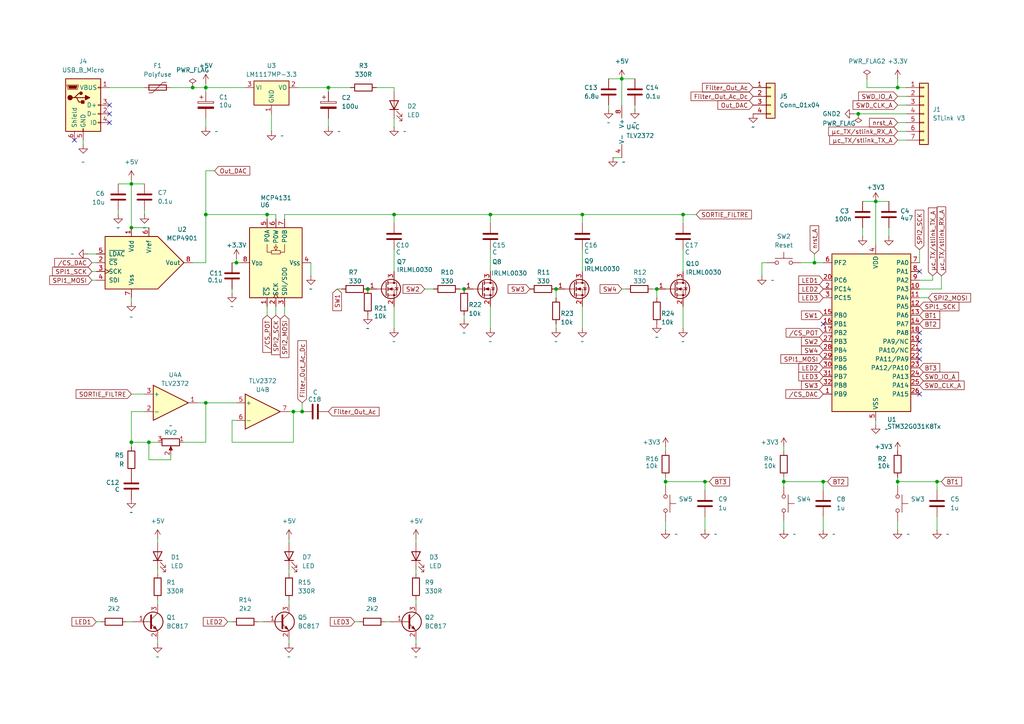
<source format=kicad_sch>
(kicad_sch (version 20231120) (generator "eeschema") (generator_version "8.0")
  (paper "A4")
  (lib_symbols
    (symbol "Amplifier_Operational:TLV2372" (pin_names (offset 0.127))
      (property "Reference" "U" (at 0 5.08 0))
      (property "Value" "TLV2372" (at 0 -5.08 0))
      (symbol "TLV2372_1_1"
        (pin output line (at 7.62 0 180) (length 2.54) (name "~") (number "1"))
        (pin input line (at -7.62 -2.54 0) (length 2.54) (name "-") (number "2"))
        (pin input line (at -7.62 2.54 0) (length 2.54) (name "+") (number "3"))
      )
      (symbol "TLV2372_2_1"
        (pin input line (at -7.62 2.54 0) (length 2.54) (name "+") (number "5"))
        (pin input line (at -7.62 -2.54 0) (length 2.54) (name "-") (number "6"))
        (pin output line (at 7.62 0 180) (length 2.54) (name "~") (number "7"))
      )
      (symbol "TLV2372_3_1"
        (pin power_in line (at -2.54 -7.62 90) (length 3.81) (name "V-") (number "4"))
        (pin power_in line (at -2.54 7.62 270) (length 3.81) (name "V+") (number "8"))
      )
    )
    (symbol "Analog_DAC:MCP4901" (pin_names (offset 1.016))
      (property "Reference" "U" (at 6.35 10.795 0))
      (property "Value" "MCP4901" (at 6.35 8.89 0))
      (symbol "MCP4901_1_1"
        (pin power_in line (at 0 10.16 270) (length 2.54) (name "Vdd") (number "1"))
        (pin input line (at -10.16 0 0) (length 2.54) (name "~{CS}") (number "2"))
        (pin input clock (at -10.16 -2.54 0) (length 2.54) (name "SCK") (number "3"))
        (pin input line (at -10.16 -5.08 0) (length 2.54) (name "SDI") (number "4"))
        (pin input line (at -10.16 2.54 0) (length 2.54) (name "~{LDAC}") (number "5"))
        (pin power_in line (at 5.08 10.16 270) (length 2.54) (name "Vref") (number "6"))
        (pin power_in line (at 0 -10.16 90) (length 2.54) (name "Vss") (number "7"))
        (pin output line (at 17.78 0 180) (length 2.54) (name "Vout") (number "8"))
      )
    )
    (symbol "Connector:USB_B_Micro" (pin_names (offset 1.016))
      (property "Reference" "J" (at -5.08 11.43 0))
      (property "Value" "USB_B_Micro" (at -5.08 8.89 0))
      (symbol "USB_B_Micro_1_1"
        (pin power_out line (at 7.62 5.08 180) (length 2.54) (name "VBUS") (number "1"))
        (pin bidirectional line (at 7.62 -2.54 180) (length 2.54) (name "D-") (number "2"))
        (pin bidirectional line (at 7.62 0 180) (length 2.54) (name "D+") (number "3"))
        (pin passive line (at 7.62 -5.08 180) (length 2.54) (name "ID") (number "4"))
        (pin power_out line (at 0 -10.16 90) (length 2.54) (name "GND") (number "5"))
        (pin passive line (at -2.54 -10.16 90) (length 2.54) (name "Shield") (number "6"))
      )
    )
    (symbol "Connector_Generic:Conn_01x04" (pin_names (offset 1.016) hide)
      (property "Reference" "J" (at 0 5.08 0))
      (property "Value" "Conn_01x04" (at 0 -7.62 0))
      (symbol "Conn_01x04_1_1"
        (pin passive line (at -5.08 2.54 0) (length 3.81) (name "Pin_1") (number "1"))
        (pin passive line (at -5.08 0 0) (length 3.81) (name "Pin_2") (number "2"))
        (pin passive line (at -5.08 -2.54 0) (length 3.81) (name "Pin_3") (number "3"))
        (pin passive line (at -5.08 -5.08 0) (length 3.81) (name "Pin_4") (number "4"))
      )
    )
    (symbol "Connector_Generic:Conn_01x07" (pin_names (offset 1.016) hide)
      (property "Reference" "J" (at 0 10.16 0))
      (property "Value" "Conn_01x07" (at 0 -10.16 0))
      (symbol "Conn_01x07_1_1"
        (pin passive line (at -5.08 7.62 0) (length 3.81) (name "Pin_1") (number "1"))
        (pin passive line (at -5.08 5.08 0) (length 3.81) (name "Pin_2") (number "2"))
        (pin passive line (at -5.08 2.54 0) (length 3.81) (name "Pin_3") (number "3"))
        (pin passive line (at -5.08 0 0) (length 3.81) (name "Pin_4") (number "4"))
        (pin passive line (at -5.08 -2.54 0) (length 3.81) (name "Pin_5") (number "5"))
        (pin passive line (at -5.08 -5.08 0) (length 3.81) (name "Pin_6") (number "6"))
        (pin passive line (at -5.08 -7.62 0) (length 3.81) (name "Pin_7") (number "7"))
      )
    )
    (symbol "Device:C" (pin_numbers hide) (pin_names (offset 0.254))
      (property "Reference" "C" (at 0.635 2.54 0))
      (property "Value" "C" (at 0.635 -2.54 0))
      (symbol "C_1_1"
        (pin passive line (at 0 3.81 270) (length 2.794) (name "~") (number "1"))
        (pin passive line (at 0 -3.81 90) (length 2.794) (name "~") (number "2"))
      )
    )
    (symbol "Device:C_Polarized" (pin_numbers hide) (pin_names (offset 0.254))
      (property "Reference" "C" (at 0.635 2.54 0))
      (property "Value" "C_Polarized" (at 0.635 -2.54 0))
      (symbol "C_Polarized_1_1"
        (pin passive line (at 0 3.81 270) (length 2.794) (name "~") (number "1"))
        (pin passive line (at 0 -3.81 90) (length 2.794) (name "~") (number "2"))
      )
    )
    (symbol "Device:LED" (pin_numbers hide) (pin_names (offset 1.016) hide)
      (property "Reference" "D" (at 0 2.54 0))
      (property "Value" "LED" (at 0 -2.54 0))
      (symbol "LED_1_1"
        (pin passive line (at -3.81 0 0) (length 2.54) (name "K") (number "1"))
        (pin passive line (at 3.81 0 180) (length 2.54) (name "A") (number "2"))
      )
    )
    (symbol "Device:Polyfuse" (pin_numbers hide) (pin_names (offset 0))
      (property "Reference" "F" (at -2.54 0 90))
      (property "Value" "Polyfuse" (at 2.54 0 90))
      (symbol "Polyfuse_1_1"
        (pin passive line (at 0 3.81 270) (length 1.27) (name "~") (number "1"))
        (pin passive line (at 0 -3.81 90) (length 1.27) (name "~") (number "2"))
      )
    )
    (symbol "Device:R" (pin_numbers hide) (pin_names (offset 0))
      (property "Reference" "R" (at 2.032 0 90))
      (property "Value" "R" (at 0 0 90))
      (symbol "R_1_1"
        (pin passive line (at 0 3.81 270) (length 1.27) (name "~") (number "1"))
        (pin passive line (at 0 -3.81 90) (length 1.27) (name "~") (number "2"))
      )
    )
    (symbol "Device:R_Potentiometer" (pin_names (offset 1.016) hide)
      (property "Reference" "RV" (at -4.445 0 90))
      (property "Value" "R_Potentiometer" (at -2.54 0 90))
      (symbol "R_Potentiometer_1_1"
        (pin passive line (at 0 3.81 270) (length 1.27) (name "1") (number "1"))
        (pin passive line (at 3.81 0 180) (length 1.27) (name "2") (number "2"))
        (pin passive line (at 0 -3.81 90) (length 1.27) (name "3") (number "3"))
      )
    )
    (symbol "MCU_ST_STM32G0:STM32G031K8Tx"
      (property "Reference" "U" (at -10.16 24.13 0))
      (property "Value" "STM32G031K8Tx" (at 5.08 24.13 0))
      (symbol "STM32G031K8Tx_1_1"
        (pin bidirectional line (at -12.7 -17.78 0) (length 2.54) (name "PB9") (number "1"))
        (pin bidirectional line (at 15.24 12.7 180) (length 2.54) (name "PA3") (number "10"))
        (pin bidirectional line (at 15.24 10.16 180) (length 2.54) (name "PA4") (number "11"))
        (pin bidirectional line (at 15.24 7.62 180) (length 2.54) (name "PA5") (number "12"))
        (pin bidirectional line (at 15.24 5.08 180) (length 2.54) (name "PA6") (number "13"))
        (pin bidirectional line (at 15.24 2.54 180) (length 2.54) (name "PA7") (number "14"))
        (pin bidirectional line (at -12.7 5.08 0) (length 2.54) (name "PB0") (number "15"))
        (pin bidirectional line (at -12.7 2.54 0) (length 2.54) (name "PB1") (number "16"))
        (pin bidirectional line (at -12.7 0 0) (length 2.54) (name "PB2") (number "17"))
        (pin bidirectional line (at 15.24 0 180) (length 2.54) (name "PA8") (number "18"))
        (pin bidirectional line (at 15.24 -2.54 180) (length 2.54) (name "PA9/NC") (number "19"))
        (pin bidirectional line (at -12.7 12.7 0) (length 2.54) (name "PC14") (number "2"))
        (pin bidirectional line (at -12.7 15.24 0) (length 2.54) (name "PC6") (number "20"))
        (pin bidirectional line (at 15.24 -5.08 180) (length 2.54) (name "PA10/NC") (number "21"))
        (pin bidirectional line (at 15.24 -7.62 180) (length 2.54) (name "PA11/PA9") (number "22"))
        (pin bidirectional line (at 15.24 -10.16 180) (length 2.54) (name "PA12/PA10") (number "23"))
        (pin bidirectional line (at 15.24 -12.7 180) (length 2.54) (name "PA13") (number "24"))
        (pin bidirectional line (at 15.24 -15.24 180) (length 2.54) (name "PA14") (number "25"))
        (pin bidirectional line (at 15.24 -17.78 180) (length 2.54) (name "PA15") (number "26"))
        (pin bidirectional line (at -12.7 -2.54 0) (length 2.54) (name "PB3") (number "27"))
        (pin bidirectional line (at -12.7 -5.08 0) (length 2.54) (name "PB4") (number "28"))
        (pin bidirectional line (at -12.7 -7.62 0) (length 2.54) (name "PB5") (number "29"))
        (pin bidirectional line (at -12.7 10.16 0) (length 2.54) (name "PC15") (number "3"))
        (pin bidirectional line (at -12.7 -10.16 0) (length 2.54) (name "PB6") (number "30"))
        (pin bidirectional line (at -12.7 -12.7 0) (length 2.54) (name "PB7") (number "31"))
        (pin bidirectional line (at -12.7 -15.24 0) (length 2.54) (name "PB8") (number "32"))
        (pin power_in line (at 2.54 25.4 270) (length 2.54) (name "VDD") (number "4"))
        (pin power_in line (at 2.54 -25.4 90) (length 2.54) (name "VSS") (number "5"))
        (pin bidirectional line (at -12.7 20.32 0) (length 2.54) (name "PF2") (number "6"))
        (pin bidirectional line (at 15.24 20.32 180) (length 2.54) (name "PA0") (number "7"))
        (pin bidirectional line (at 15.24 17.78 180) (length 2.54) (name "PA1") (number "8"))
        (pin bidirectional line (at 15.24 15.24 180) (length 2.54) (name "PA2") (number "9"))
      )
    )
    (symbol "Potentiometer_Digital:MCP4131-xxxx-P"
      (property "Reference" "U" (at 2.54 11.43 0))
      (property "Value" "MCP4131-xxxx-P" (at 2.54 8.89 0))
      (symbol "MCP4131-xxxx-P_0_0"
        (pin input line (at -12.7 2.54 0) (length 2.54) (name "~{CS}") (number "1"))
        (pin input clock (at -12.7 0 0) (length 2.54) (name "SCK") (number "2"))
        (pin bidirectional line (at -12.7 -2.54 0) (length 2.54) (name "SDI/SDO") (number "3"))
        (pin power_in line (at 0 -10.16 90) (length 2.54) (name "V_{SS}") (number "4"))
        (pin passive line (at 12.7 2.54 180) (length 2.54) (name "P0A") (number "5"))
        (pin passive line (at 12.7 0 180) (length 2.54) (name "P0W") (number "6"))
        (pin passive line (at 12.7 -2.54 180) (length 2.54) (name "P0B") (number "7"))
        (pin power_in line (at 0 10.16 270) (length 2.54) (name "V_{DD}") (number "8"))
      )
    )
    (symbol "Regulator_Linear:LM1117MP-3.3"
      (property "Reference" "U" (at -3.81 3.175 0))
      (property "Value" "LM1117MP-3.3" (at 0 3.175 0))
      (symbol "LM1117MP-3.3_1_1"
        (pin power_in line (at 0 -7.62 90) (length 2.54) (name "GND") (number "1"))
        (pin power_out line (at 7.62 0 180) (length 2.54) (name "VO") (number "2"))
        (pin power_in line (at -7.62 0 0) (length 2.54) (name "VI") (number "3"))
      )
    )
    (symbol "Switch:SW_Omron_B3FS" (pin_numbers hide) (pin_names (offset 1.016) hide)
      (property "Reference" "SW" (at 1.27 2.54 0))
      (property "Value" "SW_Omron_B3FS" (at 0 -1.524 0))
      (symbol "SW_Omron_B3FS_0_1"
        (pin passive line (at -5.08 0 0) (length 2.54) (name "1") (number "1"))
        (pin passive line (at 5.08 0 180) (length 2.54) (name "2") (number "2"))
      )
    )
    (symbol "Transistor_BJT:BC817" (pin_names (offset 0) hide)
      (property "Reference" "Q" (at 5.08 1.905 0))
      (property "Value" "BC817" (at 5.08 0 0))
      (symbol "BC817_1_1"
        (pin input line (at -5.08 0 0) (length 5.715) (name "B") (number "1"))
        (pin passive line (at 2.54 -5.08 90) (length 2.54) (name "E") (number "2"))
        (pin passive line (at 2.54 5.08 270) (length 2.54) (name "C") (number "3"))
      )
    )
    (symbol "Transistor_FET:IRLML0030" (pin_names hide)
      (property "Reference" "Q" (at 5.08 1.905 0))
      (property "Value" "IRLML0030" (at 5.08 0 0))
      (symbol "IRLML0030_1_1"
        (pin input line (at -5.08 0 0) (length 2.54) (name "G") (number "1"))
        (pin passive line (at 2.54 -5.08 90) (length 2.54) (name "S") (number "2"))
        (pin passive line (at 2.54 5.08 270) (length 2.54) (name "D") (number "3"))
      )
    )
    (symbol "power:+3.3V" (power) (pin_numbers hide) (pin_names (offset 0) hide)
      (property "Value" "+3.3V" (at 0 3.556 0))
      (symbol "+3.3V_1_1"
        (pin power_in line (at 0 0 90) (length 0) (name "~") (number "1"))
      )
    )
    (symbol "power:+3V3" (power) (pin_numbers hide) (pin_names (offset 0) hide)
      (property "Value" "+3V3" (at 0 3.556 0))
      (symbol "+3V3_1_1"
        (pin power_in line (at 0 0 90) (length 0) (name "~") (number "1"))
      )
    )
    (symbol "power:+5V" (power) (pin_numbers hide) (pin_names (offset 0) hide)
      (property "Value" "+5V" (at 0 3.556 0))
      (symbol "+5V_1_1"
        (pin power_in line (at 0 0 90) (length 0) (name "~") (number "1"))
      )
    )
    (symbol "power:GND" (power) (pin_numbers hide) (pin_names (offset 0) hide)
      (property "Value" "GND" (at 0 -3.81 0))
      (symbol "GND_1_1"
        (pin power_in line (at 0 0 270) (length 0) (name "~") (number "1"))
      )
    )
    (symbol "power:PWR_FLAG" (power) (pin_numbers hide) (pin_names (offset 0) hide)
      (property "Value" "PWR_FLAG" (at 0 3.81 0))
      (symbol "PWR_FLAG_0_0"
        (pin power_out line (at 0 0 90) (length 0) (name "~") (number "1"))
      )
    )
  )
  (junction (at 238.76 139.7))
  (junction (at 161.29 83.82))
  (junction (at 254 58.42))
  (junction (at 227.33 139.7))
  (junction (at 77.47 62.23))
  (junction (at 114.3 62.23))
  (junction (at 59.69 62.23))
  (junction (at 260.35 139.7))
  (junction (at 55.88 25.4))
  (junction (at 193.04 139.7))
  (junction (at 95.25 25.4))
  (junction (at 248.92 33.02))
  (junction (at 190.5 83.82))
  (junction (at 168.91 62.23))
  (junction (at 68.58 76.2))
  (junction (at 106.68 83.82))
  (junction (at 198.12 62.23))
  (junction (at 236.22 76.2))
  (junction (at 180.34 22.86))
  (junction (at 38.1 53.34))
  (junction (at 260.35 25.4))
  (junction (at 59.69 25.4))
  (junction (at 43.18 128.27))
  (junction (at 38.1 66.04))
  (junction (at 59.69 116.84))
  (junction (at 38.1 128.27))
  (junction (at 142.24 62.23))
  (junction (at 85.09 119.38))
  (junction (at 271.78 139.7))
  (junction (at 204.47 139.7))
  (junction (at 134.62 83.82))
  (junction (at 87.63 119.38))
  (no_connect (at 266.7 101.6))
  (no_connect (at 31.75 30.48))
  (no_connect (at 21.59 40.64))
  (no_connect (at 238.76 93.98))
  (no_connect (at 266.7 78.74))
  (no_connect (at 266.7 99.06))
  (no_connect (at 31.75 35.56))
  (no_connect (at 266.7 114.3))
  (no_connect (at 266.7 96.52))
  (no_connect (at 266.7 104.14))
  (no_connect (at 31.75 33.02))
  (wire (pts (xy 180.34 22.86) (xy 184.15 22.86)))
  (wire (pts (xy 38.1 53.34) (xy 38.1 66.04)))
  (wire (pts (xy 177.8 45.72) (xy 180.34 45.72)))
  (wire (pts (xy 43.18 128.27) (xy 43.18 133.35)))
  (wire (pts (xy 238.76 139.7) (xy 240.03 139.7)))
  (wire (pts (xy 53.34 128.27) (xy 59.69 128.27)))
  (wire (pts (xy 161.29 93.98) (xy 161.29 95.25)))
  (wire (pts (xy 114.3 88.9) (xy 114.3 95.25)))
  (wire (pts (xy 34.29 60.96) (xy 34.29 62.23)))
  (wire (pts (xy 90.17 76.2) (xy 90.17 80.01)))
  (wire (pts (xy 82.55 63.5) (xy 82.55 62.23)))
  (wire (pts (xy 198.12 88.9) (xy 198.12 95.25)))
  (wire (pts (xy 83.82 173.99) (xy 83.82 175.26)))
  (wire (pts (xy 134.62 91.44) (xy 134.62 92.71)))
  (wire (pts (xy 59.69 25.4) (xy 71.12 25.4)))
  (wire (pts (xy 120.65 165.1) (xy 120.65 166.37)))
  (wire (pts (xy 251.46 22.86) (xy 251.46 25.4)))
  (wire (pts (xy 66.04 180.34) (xy 67.31 180.34)))
  (wire (pts (xy 198.12 62.23) (xy 198.12 64.77)))
  (wire (pts (xy 227.33 139.7) (xy 238.76 139.7)))
  (wire (pts (xy 114.3 34.29) (xy 114.3 36.83)))
  (wire (pts (xy 95.25 25.4) (xy 95.25 26.67)))
  (wire (pts (xy 198.12 62.23) (xy 201.93 62.23)))
  (wire (pts (xy 67.31 83.82) (xy 67.31 85.09)))
  (wire (pts (xy 204.47 139.7) (xy 204.47 142.24)))
  (wire (pts (xy 43.18 128.27) (xy 45.72 128.27)))
  (wire (pts (xy 45.72 165.1) (xy 45.72 166.37)))
  (wire (pts (xy 59.69 25.4) (xy 59.69 26.67)))
  (wire (pts (xy 55.88 76.2) (xy 59.69 76.2)))
  (wire (pts (xy 273.05 80.01) (xy 273.05 83.82)))
  (wire (pts (xy 82.55 62.23) (xy 114.3 62.23)))
  (wire (pts (xy 266.7 72.39) (xy 266.7 76.2)))
  (wire (pts (xy 193.04 139.7) (xy 204.47 139.7)))
  (wire (pts (xy 236.22 76.2) (xy 238.76 76.2)))
  (wire (pts (xy 59.69 62.23) (xy 77.47 62.23)))
  (wire (pts (xy 193.04 138.43) (xy 193.04 139.7)))
  (wire (pts (xy 49.53 25.4) (xy 55.88 25.4)))
  (wire (pts (xy 26.67 81.28) (xy 27.94 81.28)))
  (wire (pts (xy 97.79 83.82) (xy 99.06 83.82)))
  (wire (pts (xy 180.34 22.86) (xy 180.34 30.48)))
  (wire (pts (xy 85.09 128.27) (xy 85.09 119.38)))
  (wire (pts (xy 27.94 180.34) (xy 29.21 180.34)))
  (wire (pts (xy 260.35 38.1) (xy 262.89 38.1)))
  (wire (pts (xy 260.35 138.43) (xy 260.35 139.7)))
  (wire (pts (xy 95.25 25.4) (xy 101.6 25.4)))
  (wire (pts (xy 260.35 35.56) (xy 262.89 35.56)))
  (wire (pts (xy 193.04 151.13) (xy 193.04 153.67)))
  (wire (pts (xy 59.69 49.53) (xy 62.23 49.53)))
  (wire (pts (xy 59.69 34.29) (xy 59.69 36.83)))
  (wire (pts (xy 204.47 149.86) (xy 204.47 153.67)))
  (wire (pts (xy 260.35 30.48) (xy 262.89 30.48)))
  (wire (pts (xy 38.1 52.07) (xy 38.1 53.34)))
  (wire (pts (xy 270.51 81.28) (xy 270.51 80.01)))
  (wire (pts (xy 59.69 24.13) (xy 59.69 25.4)))
  (wire (pts (xy 49.53 133.35) (xy 43.18 133.35)))
  (wire (pts (xy 184.15 30.48) (xy 184.15 31.75)))
  (wire (pts (xy 262.89 25.4) (xy 260.35 25.4)))
  (wire (pts (xy 120.65 156.21) (xy 120.65 157.48)))
  (wire (pts (xy 83.82 156.21) (xy 83.82 157.48)))
  (wire (pts (xy 57.15 116.84) (xy 59.69 116.84)))
  (wire (pts (xy 247.65 33.02) (xy 248.92 33.02)))
  (wire (pts (xy 38.1 66.04) (xy 43.18 66.04)))
  (wire (pts (xy 238.76 139.7) (xy 238.76 142.24)))
  (wire (pts (xy 273.05 83.82) (xy 266.7 83.82)))
  (wire (pts (xy 232.41 76.2) (xy 236.22 76.2)))
  (wire (pts (xy 189.23 83.82) (xy 190.5 83.82)))
  (wire (pts (xy 142.24 62.23) (xy 142.24 64.77)))
  (wire (pts (xy 254 58.42) (xy 254 71.12)))
  (wire (pts (xy 111.76 180.34) (xy 113.03 180.34)))
  (wire (pts (xy 68.58 121.92) (xy 67.31 121.92)))
  (wire (pts (xy 270.51 81.28) (xy 266.7 81.28)))
  (wire (pts (xy 260.35 139.7) (xy 271.78 139.7)))
  (wire (pts (xy 67.31 121.92) (xy 67.31 128.27)))
  (wire (pts (xy 38.1 128.27) (xy 43.18 128.27)))
  (wire (pts (xy 161.29 83.82) (xy 161.29 86.36)))
  (wire (pts (xy 95.25 34.29) (xy 95.25 36.83)))
  (wire (pts (xy 41.91 60.96) (xy 41.91 62.23)))
  (wire (pts (xy 36.83 180.34) (xy 38.1 180.34)))
  (wire (pts (xy 77.47 62.23) (xy 77.47 63.5)))
  (wire (pts (xy 59.69 128.27) (xy 59.69 116.84)))
  (wire (pts (xy 114.3 72.39) (xy 114.3 78.74)))
  (wire (pts (xy 266.7 86.36) (xy 269.24 86.36)))
  (wire (pts (xy 260.35 27.94) (xy 262.89 27.94)))
  (wire (pts (xy 83.82 119.38) (xy 85.09 119.38)))
  (wire (pts (xy 38.1 129.54) (xy 38.1 128.27)))
  (wire (pts (xy 168.91 62.23) (xy 198.12 62.23)))
  (wire (pts (xy 168.91 88.9) (xy 168.91 95.25)))
  (wire (pts (xy 142.24 88.9) (xy 142.24 95.25)))
  (wire (pts (xy 114.3 62.23) (xy 114.3 64.77)))
  (wire (pts (xy 102.87 180.34) (xy 104.14 180.34)))
  (wire (pts (xy 34.29 53.34) (xy 38.1 53.34)))
  (wire (pts (xy 86.36 25.4) (xy 95.25 25.4)))
  (wire (pts (xy 83.82 165.1) (xy 83.82 166.37)))
  (wire (pts (xy 59.69 116.84) (xy 68.58 116.84)))
  (wire (pts (xy 204.47 139.7) (xy 205.74 139.7)))
  (wire (pts (xy 260.35 139.7) (xy 260.35 140.97)))
  (wire (pts (xy 68.58 76.2) (xy 69.85 76.2)))
  (wire (pts (xy 45.72 173.99) (xy 45.72 175.26)))
  (wire (pts (xy 74.93 180.34) (xy 76.2 180.34)))
  (wire (pts (xy 254 123.19) (xy 254 121.92)))
  (wire (pts (xy 227.33 138.43) (xy 227.33 139.7)))
  (wire (pts (xy 193.04 139.7) (xy 193.04 140.97)))
  (wire (pts (xy 26.67 76.2) (xy 27.94 76.2)))
  (wire (pts (xy 59.69 76.2) (xy 59.69 62.23)))
  (wire (pts (xy 248.92 33.02) (xy 262.89 33.02)))
  (wire (pts (xy 78.74 33.02) (xy 78.74 38.1)))
  (wire (pts (xy 198.12 72.39) (xy 198.12 78.74)))
  (wire (pts (xy 142.24 72.39) (xy 142.24 78.74)))
  (wire (pts (xy 83.82 185.42) (xy 83.82 186.69)))
  (wire (pts (xy 38.1 119.38) (xy 38.1 128.27)))
  (wire (pts (xy 250.19 66.04) (xy 250.19 68.58)))
  (wire (pts (xy 133.35 83.82) (xy 134.62 83.82)))
  (wire (pts (xy 176.53 30.48) (xy 176.53 31.75)))
  (wire (pts (xy 77.47 88.9) (xy 77.47 91.44)))
  (wire (pts (xy 168.91 62.23) (xy 168.91 64.77)))
  (wire (pts (xy 87.63 116.84) (xy 87.63 119.38)))
  (wire (pts (xy 220.98 76.2) (xy 220.98 80.01)))
  (wire (pts (xy 142.24 62.23) (xy 168.91 62.23)))
  (wire (pts (xy 260.35 40.64) (xy 262.89 40.64)))
  (wire (pts (xy 114.3 25.4) (xy 114.3 26.67)))
  (wire (pts (xy 227.33 129.54) (xy 227.33 130.81)))
  (wire (pts (xy 82.55 88.9) (xy 82.55 91.44)))
  (wire (pts (xy 41.91 119.38) (xy 38.1 119.38)))
  (wire (pts (xy 25.4 73.66) (xy 27.94 73.66)))
  (wire (pts (xy 251.46 25.4) (xy 260.35 25.4)))
  (wire (pts (xy 26.67 78.74) (xy 27.94 78.74)))
  (wire (pts (xy 180.34 83.82) (xy 181.61 83.82)))
  (wire (pts (xy 80.01 88.9) (xy 80.01 91.44)))
  (wire (pts (xy 238.76 149.86) (xy 238.76 153.67)))
  (wire (pts (xy 80.01 63.5) (xy 80.01 62.23)))
  (wire (pts (xy 190.5 83.82) (xy 190.5 86.36)))
  (wire (pts (xy 120.65 185.42) (xy 120.65 186.69)))
  (wire (pts (xy 271.78 149.86) (xy 271.78 153.67)))
  (wire (pts (xy 31.75 25.4) (xy 41.91 25.4)))
  (wire (pts (xy 38.1 114.3) (xy 41.91 114.3)))
  (wire (pts (xy 123.19 83.82) (xy 125.73 83.82)))
  (wire (pts (xy 67.31 76.2) (xy 68.58 76.2)))
  (wire (pts (xy 271.78 139.7) (xy 273.05 139.7)))
  (wire (pts (xy 49.53 132.08) (xy 49.53 133.35)))
  (wire (pts (xy 271.78 139.7) (xy 271.78 142.24)))
  (wire (pts (xy 227.33 151.13) (xy 227.33 153.67)))
  (wire (pts (xy 38.1 53.34) (xy 41.91 53.34)))
  (wire (pts (xy 250.19 58.42) (xy 254 58.42)))
  (wire (pts (xy 45.72 185.42) (xy 45.72 186.69)))
  (wire (pts (xy 236.22 73.66) (xy 236.22 76.2)))
  (wire (pts (xy 260.35 25.4) (xy 260.35 22.86)))
  (wire (pts (xy 227.33 139.7) (xy 227.33 140.97)))
  (wire (pts (xy 59.69 49.53) (xy 59.69 62.23)))
  (wire (pts (xy 45.72 156.21) (xy 45.72 157.48)))
  (wire (pts (xy 85.09 119.38) (xy 87.63 119.38)))
  (wire (pts (xy 80.01 62.23) (xy 77.47 62.23)))
  (wire (pts (xy 24.13 40.64) (xy 24.13 41.91)))
  (wire (pts (xy 114.3 62.23) (xy 142.24 62.23)))
  (wire (pts (xy 38.1 86.36) (xy 38.1 87.63)))
  (wire (pts (xy 257.81 66.04) (xy 257.81 68.58)))
  (wire (pts (xy 193.04 129.54) (xy 193.04 130.81)))
  (wire (pts (xy 260.35 151.13) (xy 260.35 153.67)))
  (wire (pts (xy 168.91 72.39) (xy 168.91 78.74)))
  (wire (pts (xy 222.25 76.2) (xy 220.98 76.2)))
  (wire (pts (xy 176.53 22.86) (xy 180.34 22.86)))
  (wire (pts (xy 120.65 173.99) (xy 120.65 175.26)))
  (wire (pts (xy 254 58.42) (xy 257.81 58.42)))
  (wire (pts (xy 67.31 128.27) (xy 85.09 128.27)))
  (wire (pts (xy 55.88 25.4) (xy 59.69 25.4)))
  (wire (pts (xy 68.58 74.93) (xy 68.58 76.2)))
  (wire (pts (xy 109.22 25.4) (xy 114.3 25.4)))
  (global_label "SW4" (shape input) (at 180.34 83.82 180) (property "Intersheetrefs" "${INTERSHEET_REFS}" (effects (hide yes))))
  (global_label "Out_DAC" (shape input) (at 218.44 30.48 180) (property "Intersheetrefs" "${INTERSHEET_REFS}" (effects (hide yes))))
  (global_label "SPI1_MOSI" (shape input) (at 26.67 81.28 180) (property "Intersheetrefs" "${INTERSHEET_REFS}" (effects (hide yes))))
  (global_label "SPI1_SCK" (shape input) (at 266.7 88.9 0) (property "Intersheetrefs" "${INTERSHEET_REFS}" (effects (hide yes))))
  (global_label "Filter_Out_Ac_Dc" (shape input) (at 87.63 116.84 90) (property "Intersheetrefs" "${INTERSHEET_REFS}" (effects (hide yes))))
  (global_label "SWD_CLK_A" (shape input) (at 260.35 30.48 180) (property "Intersheetrefs" "${INTERSHEET_REFS}" (effects (hide yes))))
  (global_label "SW2" (shape input) (at 123.19 83.82 180) (property "Intersheetrefs" "${INTERSHEET_REFS}" (effects (hide yes))))
  (global_label "SWD_IO_A" (shape input) (at 260.35 27.94 180) (property "Intersheetrefs" "${INTERSHEET_REFS}" (effects (hide yes))))
  (global_label "LED3" (shape input) (at 238.76 86.36 180) (property "Intersheetrefs" "${INTERSHEET_REFS}" (effects (hide yes))))
  (global_label "SW4" (shape input) (at 238.76 101.6 180) (property "Intersheetrefs" "${INTERSHEET_REFS}" (effects (hide yes))))
  (global_label "SPI2_MOSI" (shape input) (at 82.55 91.44 270) (property "Intersheetrefs" "${INTERSHEET_REFS}" (effects (hide yes))))
  (global_label "nrst_A" (shape input) (at 260.35 35.56 180) (property "Intersheetrefs" "${INTERSHEET_REFS}" (effects (hide yes))))
  (global_label "SWD_CLK_A" (shape input) (at 266.7 111.76 0) (property "Intersheetrefs" "${INTERSHEET_REFS}" (effects (hide yes))))
  (global_label "SPI2_SCK" (shape input) (at 80.01 91.44 270) (property "Intersheetrefs" "${INTERSHEET_REFS}" (effects (hide yes))))
  (global_label "{slash}CS_DAC" (shape input) (at 238.76 114.3 180) (property "Intersheetrefs" "${INTERSHEET_REFS}" (effects (hide yes))))
  (global_label "BT1" (shape input) (at 273.05 139.7 0) (property "Intersheetrefs" "${INTERSHEET_REFS}" (effects (hide yes))))
  (global_label "µc_TX{slash}stlink_RX_A" (shape input) (at 273.05 80.01 90) (property "Intersheetrefs" "${INTERSHEET_REFS}" (effects (hide yes))))
  (global_label "BT2" (shape input) (at 266.7 93.98 0) (property "Intersheetrefs" "${INTERSHEET_REFS}" (effects (hide yes))))
  (global_label "LED2" (shape input) (at 238.76 83.82 180) (property "Intersheetrefs" "${INTERSHEET_REFS}" (effects (hide yes))))
  (global_label "µc_TX{slash}stlink_TX_A" (shape input) (at 270.51 80.01 90) (property "Intersheetrefs" "${INTERSHEET_REFS}" (effects (hide yes))))
  (global_label "Filter_Out_Ac" (shape input) (at 218.44 25.4 180) (property "Intersheetrefs" "${INTERSHEET_REFS}" (effects (hide yes))))
  (global_label "SPI1_MOSI" (shape input) (at 238.76 104.14 180) (property "Intersheetrefs" "${INTERSHEET_REFS}" (effects (hide yes))))
  (global_label "{slash}CS_DAC" (shape input) (at 26.67 76.2 180) (property "Intersheetrefs" "${INTERSHEET_REFS}" (effects (hide yes))))
  (global_label "SW3" (shape input) (at 153.67 83.82 180) (property "Intersheetrefs" "${INTERSHEET_REFS}" (effects (hide yes))))
  (global_label "SPI2_MOSI" (shape input) (at 269.24 86.36 0) (property "Intersheetrefs" "${INTERSHEET_REFS}" (effects (hide yes))))
  (global_label "LED2" (shape input) (at 66.04 180.34 180) (property "Intersheetrefs" "${INTERSHEET_REFS}" (effects (hide yes))))
  (global_label "Filter_Out_Ac" (shape input) (at 95.25 119.38 0) (property "Intersheetrefs" "${INTERSHEET_REFS}" (effects (hide yes))))
  (global_label "{slash}CS_POT" (shape input) (at 238.76 96.52 180) (property "Intersheetrefs" "${INTERSHEET_REFS}" (effects (hide yes))))
  (global_label "BT2" (shape input) (at 240.03 139.7 0) (property "Intersheetrefs" "${INTERSHEET_REFS}" (effects (hide yes))))
  (global_label "SORTIE_FILTRE" (shape input) (at 38.1 114.3 180) (property "Intersheetrefs" "${INTERSHEET_REFS}" (effects (hide yes))))
  (global_label "SW2" (shape input) (at 238.76 99.06 180) (property "Intersheetrefs" "${INTERSHEET_REFS}" (effects (hide yes))))
  (global_label "LED2" (shape input) (at 238.76 106.68 180) (property "Intersheetrefs" "${INTERSHEET_REFS}" (effects (hide yes))))
  (global_label "µc_TX{slash}stlink_RX_A" (shape input) (at 260.35 38.1 180) (property "Intersheetrefs" "${INTERSHEET_REFS}" (effects (hide yes))))
  (global_label "Out_DAC" (shape input) (at 62.23 49.53 0) (property "Intersheetrefs" "${INTERSHEET_REFS}" (effects (hide yes))))
  (global_label "SPI2_SCK" (shape input) (at 266.7 72.39 90) (property "Intersheetrefs" "${INTERSHEET_REFS}" (effects (hide yes))))
  (global_label "SWD_IO_A" (shape input) (at 266.7 109.22 0) (property "Intersheetrefs" "${INTERSHEET_REFS}" (effects (hide yes))))
  (global_label "SW1" (shape input) (at 97.79 83.82 270) (property "Intersheetrefs" "${INTERSHEET_REFS}" (effects (hide yes))))
  (global_label "BT1" (shape input) (at 266.7 91.44 0) (property "Intersheetrefs" "${INTERSHEET_REFS}" (effects (hide yes))))
  (global_label "LED1" (shape input) (at 238.76 81.28 180) (property "Intersheetrefs" "${INTERSHEET_REFS}" (effects (hide yes))))
  (global_label "LED3" (shape input) (at 238.76 109.22 180) (property "Intersheetrefs" "${INTERSHEET_REFS}" (effects (hide yes))))
  (global_label "SORTIE_FILTRE" (shape input) (at 201.93 62.23 0) (property "Intersheetrefs" "${INTERSHEET_REFS}" (effects (hide yes))))
  (global_label "{slash}CS_POT" (shape input) (at 77.47 91.44 270) (property "Intersheetrefs" "${INTERSHEET_REFS}" (effects (hide yes))))
  (global_label "nrst_A" (shape input) (at 236.22 73.66 90) (property "Intersheetrefs" "${INTERSHEET_REFS}" (effects (hide yes))))
  (global_label "LED1" (shape input) (at 27.94 180.34 180) (property "Intersheetrefs" "${INTERSHEET_REFS}" (effects (hide yes))))
  (global_label "Filter_Out_Ac_Dc" (shape input) (at 218.44 27.94 180) (property "Intersheetrefs" "${INTERSHEET_REFS}" (effects (hide yes))))
  (global_label "BT3" (shape input) (at 205.74 139.7 0) (property "Intersheetrefs" "${INTERSHEET_REFS}" (effects (hide yes))))
  (global_label "SPI1_SCK" (shape input) (at 26.67 78.74 180) (property "Intersheetrefs" "${INTERSHEET_REFS}" (effects (hide yes))))
  (global_label "SW1" (shape input) (at 238.76 91.44 180) (property "Intersheetrefs" "${INTERSHEET_REFS}" (effects (hide yes))))
  (global_label "LED3" (shape input) (at 102.87 180.34 180) (property "Intersheetrefs" "${INTERSHEET_REFS}" (effects (hide yes))))
  (global_label "BT3" (shape input) (at 266.7 106.68 0) (property "Intersheetrefs" "${INTERSHEET_REFS}" (effects (hide yes))))
  (global_label "SW3" (shape input) (at 238.76 111.76 180) (property "Intersheetrefs" "${INTERSHEET_REFS}" (effects (hide yes))))
  (global_label "µc_TX{slash}stlink_TX_A" (shape input) (at 260.35 40.64 180) (property "Intersheetrefs" "${INTERSHEET_REFS}" (effects (hide yes))))
  (symbol (lib_id "Device:R") (at 260.35 134.62 0) (unit 1)
    (property "Reference" "R2" (at 254.508 133.096 0) (effects (justify left)))
    (property "Value" "10k" (at 254.508 135.128 0) (effects (justify left)))
    (property "Footprint" "Resistor_SMD:R_0805_2012Metric_Pad1.20x1.40mm_HandSolder" (effects (hide yes)))
    (property "Description" "Resistor" (effects (hide yes)))
  )
  (symbol (lib_id "Device:C") (at 238.76 146.05 0) (unit 1)
    (property "Reference" "C8" (at 242.57 144.7799 0) (effects (justify left)))
    (property "Value" "1u" (at 242.57 147.3199 0) (effects (justify left)))
    (property "Footprint" "Capacitor_SMD:C_0805_2012Metric_Pad1.18x1.45mm_HandSolder" (effects (hide yes)))
    (property "Description" "Unpolarized capacitor" (effects (hide yes)))
  )
  (symbol (lib_id "Device:C") (at 250.19 62.23 0) (unit 1)
    (property "Reference" "C3" (at 243.586 61.214 0) (effects (justify left)))
    (property "Value" "100n" (at 242.062 63.5 0) (effects (justify left)))
    (property "Footprint" "Capacitor_SMD:C_0805_2012Metric_Pad1.18x1.45mm_HandSolder" (effects (hide yes)))
    (property "Description" "Unpolarized capacitor" (effects (hide yes)))
  )
  (symbol (lib_id "Transistor_FET:IRLML0030") (at 195.58 83.82 0) (unit 1)
    (property "Reference" "Q10" (at 198.882 76.454 0) (effects (justify left)))
    (property "Value" "IRLML0030" (at 198.882 78.994 0) (effects (justify left)))
    (property "Footprint" "Package_TO_SOT_SMD:SOT-23" (effects (hide yes)))
    (property "Datasheet" "https://www.infineon.com/dgdl/irlml0030pbf.pdf?fileId=5546d462533600a401535664773825df" (effects (hide yes)))
    (property "Description" "5.3A Id, 30V Vds, 27mOhm Rds, N-Channel HEXFET Power MOSFET, SOT-23" (effects (hide yes)))
  )
  (symbol (lib_id "power:GND") (at 45.72 186.69 0) (unit 1)
    (property "Reference" "#PWR019" (effects (hide yes)))
    (property "Value" "~" (at 45.72 190.5 0))
    (property "Description" "Power symbol creates a global label with name \"GND\" , ground" (effects (hide yes)))
  )
  (symbol (lib_id "power:GND") (at 114.3 36.83 0) (unit 1)
    (property "Reference" "#PWR08" (effects (hide yes)))
    (property "Value" "~" (at 116.84 38.1 0) (effects (justify left)))
    (property "Description" "Power symbol creates a global label with name \"GND\" , ground" (effects (hide yes)))
  )
  (symbol (lib_id "power:GND") (at 38.1 87.63 0) (unit 1)
    (property "Reference" "#PWR022" (effects (hide yes)))
    (property "Value" "~" (at 38.1 91.948 0))
    (property "Description" "Power symbol creates a global label with name \"GND\" , ground" (effects (hide yes)))
  )
  (symbol (lib_id "power:+3V3") (at 254 58.42 0) (unit 1)
    (property "Reference" "#PWR012" (effects (hide yes)))
    (property "Value" "+3V3" (at 254 54.356 0))
    (property "Description" "Power symbol creates a global label with name \"+3V3\"" (effects (hide yes)))
  )
  (symbol (lib_id "power:+3V3") (at 260.35 130.81 0) (unit 1)
    (property "Reference" "#PWR03" (effects (hide yes)))
    (property "Value" "+3V3" (at 256.286 129.54 0))
    (property "Description" "Power symbol creates a global label with name \"+3V3\"" (effects (hide yes)))
  )
  (symbol (lib_id "Device:R") (at 193.04 134.62 0) (unit 1)
    (property "Reference" "R16" (at 187.198 133.096 0) (effects (justify left)))
    (property "Value" "10k" (at 187.198 135.128 0) (effects (justify left)))
    (property "Footprint" "Resistor_SMD:R_0805_2012Metric_Pad1.20x1.40mm_HandSolder" (effects (hide yes)))
    (property "Description" "Resistor" (effects (hide yes)))
  )
  (symbol (lib_id "Potentiometer_Digital:MCP4131-xxxx-P") (at 80.01 76.2 90) (unit 1)
    (property "Reference" "U6" (at 78.232 59.436 90) (effects (justify left)))
    (property "Value" "MCP4131" (at 84.582 57.404 90) (effects (justify left)))
    (property "Footprint" "Package_SO:SOIC-8_3.9x4.9mm_P1.27mm" (effects (hide yes)))
    (property "Datasheet" "https://ww1.microchip.com/downloads/aemDocuments/documents/OTH/ProductDocuments/DataSheets/22060b.pdf" (effects (hide yes)))
    (property "Description" "Single Digital Potentiometer, SPI interface, 129 taps, 5/10/50/100 kohm, volatile memory" (effects (hide yes)))
  )
  (symbol (lib_id "Device:C") (at 184.15 26.67 0) (unit 1)
    (property "Reference" "C14" (at 187.198 25.4 0) (effects (justify left)))
    (property "Value" "0.1u" (at 187.198 27.94 0) (effects (justify left)))
    (property "Footprint" "Capacitor_SMD:C_0805_2012Metric_Pad1.18x1.45mm_HandSolder" (effects (hide yes)))
    (property "Description" "Unpolarized capacitor" (effects (hide yes)))
  )
  (symbol (lib_id "power:GND") (at 247.65 33.02 270) (unit 1)
    (property "Reference" "#PWR029" (effects (hide yes)))
    (property "Value" "GND2" (at 243.84 33.0199 90) (effects (justify right)))
    (property "Description" "Power symbol creates a global label with name \"GND\" , ground" (effects (hide yes)))
  )
  (symbol (lib_id "power:+3V3") (at 193.04 129.54 0) (unit 1)
    (property "Reference" "#PWR036" (effects (hide yes)))
    (property "Value" "+3V3" (at 188.976 128.27 0))
    (property "Description" "Power symbol creates a global label with name \"+3V3\"" (effects (hide yes)))
  )
  (symbol (lib_id "power:+5V") (at 59.69 24.13 0) (unit 1)
    (property "Reference" "#PWR05" (effects (hide yes)))
    (property "Value" "+5V" (at 59.69 19.05 0))
    (property "Description" "Power symbol creates a global label with name \"+5V\"" (effects (hide yes)))
  )
  (symbol (lib_id "power:GND") (at 260.35 153.67 0) (unit 1)
    (property "Reference" "#PWR07" (effects (hide yes)))
    (property "Value" "~" (at 262.89 154.94 0) (effects (justify left)))
    (property "Description" "Power symbol creates a global label with name \"GND\" , ground" (effects (hide yes)))
  )
  (symbol (lib_id "Device:R") (at 157.48 83.82 270) (unit 1)
    (property "Reference" "R11" (at 155.702 78.994 90) (effects (justify left)))
    (property "Value" "330" (at 155.702 81.534 90) (effects (justify left)))
    (property "Footprint" "Resistor_SMD:R_0805_2012Metric_Pad1.20x1.40mm_HandSolder" (effects (hide yes)))
    (property "Description" "Resistor" (effects (hide yes)))
  )
  (symbol (lib_id "Device:R") (at 38.1 133.35 0) (unit 1)
    (property "Reference" "R5" (at 33.274 132.08 0) (effects (justify left)))
    (property "Value" "R" (at 34.544 134.62 0) (effects (justify left)))
    (property "Footprint" "Resistor_SMD:R_0805_2012Metric_Pad1.20x1.40mm_HandSolder" (effects (hide yes)))
    (property "Description" "Resistor" (effects (hide yes)))
  )
  (symbol (lib_id "Device:R") (at 105.41 25.4 90) (unit 1)
    (property "Reference" "R3" (at 105.41 19.05 90))
    (property "Value" "330R" (at 105.41 21.59 90))
    (property "Footprint" "Resistor_SMD:R_0805_2012Metric_Pad1.20x1.40mm_HandSolder" (effects (hide yes)))
    (property "Description" "Resistor" (effects (hide yes)))
  )
  (symbol (lib_id "power:+5V") (at 45.72 156.21 0) (unit 1)
    (property "Reference" "#PWR020" (effects (hide yes)))
    (property "Value" "+5V" (at 45.72 151.13 0))
    (property "Description" "Power symbol creates a global label with name \"+5V\"" (effects (hide yes)))
  )
  (symbol (lib_id "power:+3V3") (at 227.33 129.54 0) (unit 1)
    (property "Reference" "#PWR014" (effects (hide yes)))
    (property "Value" "+3V3" (at 223.266 128.27 0))
    (property "Description" "Power symbol creates a global label with name \"+3V3\"" (effects (hide yes)))
  )
  (symbol (lib_id "Device:R") (at 134.62 87.63 0) (unit 1)
    (property "Reference" "R22" (at 135.89 88.392 0) (effects (justify left)))
    (property "Value" "10k" (at 135.89 90.932 0) (effects (justify left)))
    (property "Footprint" "Resistor_SMD:R_0805_2012Metric_Pad1.20x1.40mm_HandSolder" (effects (hide yes)))
    (property "Description" "Resistor" (effects (hide yes)))
  )
  (symbol (lib_id "MCU_ST_STM32G0:STM32G031K8Tx") (at 251.46 96.52 0) (unit 1)
    (property "Reference" "U1" (at 257.302 121.666 0) (effects (justify left)))
    (property "Value" "STM32G031K8Tx" (at 257.302 123.698 0) (effects (justify left)))
    (property "Footprint" "Package_QFP:LQFP-32_7x7mm_P0.8mm" (effects (hide yes)))
    (property "Datasheet" "https://www.st.com/resource/en/datasheet/stm32g031k8.pdf" (effects (hide yes)))
    (property "Description" "STMicroelectronics Arm Cortex-M0+ MCU, 64KB flash, 8KB RAM, 64 MHz, 1.7-3.6V, 30 GPIO, LQFP32" (effects (hide yes)))
  )
  (symbol (lib_id "power:GND") (at 177.8 45.72 0) (unit 1)
    (property "Reference" "#PWR045" (effects (hide yes)))
    (property "Value" "~" (at 180.34 46.99 0) (effects (justify left)))
    (property "Description" "Power symbol creates a global label with name \"GND\" , ground" (effects (hide yes)))
  )
  (symbol (lib_id "power:+5V") (at 38.1 52.07 0) (unit 1)
    (property "Reference" "#PWR023" (effects (hide yes)))
    (property "Value" "+5V" (at 38.1 46.99 0))
    (property "Description" "Power symbol creates a global label with name \"+5V\"" (effects (hide yes)))
  )
  (symbol (lib_id "Device:R") (at 106.68 87.63 0) (unit 1)
    (property "Reference" "R21" (at 108.458 89.408 0) (effects (justify left)))
    (property "Value" "10k" (at 108.458 91.694 0) (effects (justify left)))
    (property "Footprint" "Resistor_SMD:R_0805_2012Metric_Pad1.20x1.40mm_HandSolder" (effects (hide yes)))
    (property "Description" "Resistor" (effects (hide yes)))
  )
  (symbol (lib_id "power:GND") (at 220.98 80.01 0) (unit 1)
    (property "Reference" "#PWR015" (effects (hide yes)))
    (property "Value" "~" (at 223.52 81.28 0) (effects (justify left)))
    (property "Description" "Power symbol creates a global label with name \"GND\" , ground" (effects (hide yes)))
  )
  (symbol (lib_id "power:+3.3V") (at 68.58 74.93 0) (unit 1)
    (property "Reference" "#PWR046" (effects (hide yes)))
    (property "Value" "+3.3V" (at 68.58 71.12 0))
    (property "Description" "Power symbol creates a global label with name \"+3.3V\"" (effects (hide yes)))
  )
  (symbol (lib_id "Device:LED") (at 45.72 161.29 90) (unit 1)
    (property "Reference" "D1" (at 49.53 161.6074 90) (effects (justify right)))
    (property "Value" "LED" (at 49.53 164.1474 90) (effects (justify right)))
    (property "Footprint" "LED_SMD:LED_0805_2012Metric_Pad1.15x1.40mm_HandSolder" (effects (hide yes)))
    (property "Description" "Light emitting diode" (effects (hide yes)))
  )
  (symbol (lib_id "Device:C") (at 41.91 57.15 0) (unit 1)
    (property "Reference" "C7" (at 45.72 55.8799 0) (effects (justify left)))
    (property "Value" "0.1u" (at 45.72 58.4199 0) (effects (justify left)))
    (property "Footprint" "Capacitor_SMD:C_0805_2012Metric_Pad1.18x1.45mm_HandSolder" (effects (hide yes)))
    (property "Description" "Unpolarized capacitor" (effects (hide yes)))
  )
  (symbol (lib_id "Device:R") (at 129.54 83.82 270) (unit 1)
    (property "Reference" "R10" (at 127.762 78.994 90) (effects (justify left)))
    (property "Value" "330" (at 127.762 81.534 90) (effects (justify left)))
    (property "Footprint" "Resistor_SMD:R_0805_2012Metric_Pad1.20x1.40mm_HandSolder" (effects (hide yes)))
    (property "Description" "Resistor" (effects (hide yes)))
  )
  (symbol (lib_id "Device:R") (at 185.42 83.82 270) (unit 1)
    (property "Reference" "R12" (at 183.642 78.994 90) (effects (justify left)))
    (property "Value" "330" (at 183.642 81.534 90) (effects (justify left)))
    (property "Footprint" "Resistor_SMD:R_0805_2012Metric_Pad1.20x1.40mm_HandSolder" (effects (hide yes)))
    (property "Description" "Resistor" (effects (hide yes)))
  )
  (symbol (lib_id "Switch:SW_Omron_B3FS") (at 227.33 76.2 0) (unit 1)
    (property "Reference" "SW2" (at 227.33 68.58 0))
    (property "Value" "Reset" (at 227.33 71.12 0))
    (property "Datasheet" "https://omronfs.omron.com/en_US/ecb/products/pdf/en-b3fs.pdf" (effects (hide yes)))
    (property "Description" "Omron B3FS 6x6mm single pole normally-open tactile switch" (effects (hide yes)))
  )
  (symbol (lib_id "Device:C_Polarized") (at 59.69 30.48 0) (unit 1)
    (property "Reference" "C1" (at 63.5 28.194 0) (effects (justify left)))
    (property "Value" "10u" (at 63.5 30.48 0) (effects (justify left)))
    (property "Footprint" "Capacitor_SMD:C_Elec_4x5.4" (effects (hide yes)))
    (property "Description" "Polarized capacitor" (effects (hide yes)))
  )
  (symbol (lib_id "Device:C") (at 168.91 68.58 0) (unit 1)
    (property "Reference" "C16" (at 169.418 71.12 0) (effects (justify left)))
    (property "Value" "C" (at 169.418 72.8979 0) (effects (justify left)))
    (property "Footprint" "Capacitor_SMD:C_0805_2012Metric_Pad1.18x1.45mm_HandSolder" (effects (hide yes)))
    (property "Description" "Unpolarized capacitor" (effects (hide yes)))
  )
  (symbol (lib_id "Transistor_FET:IRLML0030") (at 166.37 83.82 0) (unit 1)
    (property "Reference" "Q9" (at 169.418 75.692 0) (effects (justify left)))
    (property "Value" "IRLML0030" (at 169.418 77.978 0) (effects (justify left)))
    (property "Footprint" "Package_TO_SOT_SMD:SOT-23" (effects (hide yes)))
    (property "Datasheet" "https://www.infineon.com/dgdl/irlml0030pbf.pdf?fileId=5546d462533600a401535664773825df" (effects (hide yes)))
    (property "Description" "5.3A Id, 30V Vds, 27mOhm Rds, N-Channel HEXFET Power MOSFET, SOT-23" (effects (hide yes)))
  )
  (symbol (lib_id "Amplifier_Operational:TLV2372") (at 182.88 38.1 0) (unit 3)
    (property "Reference" "U4" (at 181.61 36.8299 0) (effects (justify left)))
    (property "Value" "TLV2372" (at 181.61 39.3699 0) (effects (justify left)))
    (property "Footprint" "Package_SO:SOIC-8_3.9x4.9mm_P1.27mm" (effects (hide yes)))
    (property "Datasheet" "http://www.ti.com/lit/ds/symlink/tlv2375.pdf" (effects (hide yes)))
    (property "Description" "Dual Rail-to-Rail Input/Output Operational Amplifier, DIP-8/SOIC-8/VSSOP-8" (effects (hide yes)))
  )
  (symbol (lib_id "Device:R") (at 120.65 170.18 180) (unit 1)
    (property "Reference" "R9" (at 123.19 168.9099 0) (effects (justify right)))
    (property "Value" "330R" (at 123.19 171.4499 0) (effects (justify right)))
    (property "Footprint" "Resistor_SMD:R_0805_2012Metric_Pad1.20x1.40mm_HandSolder" (effects (hide yes)))
    (property "Description" "Resistor" (effects (hide yes)))
  )
  (symbol (lib_id "Device:R") (at 227.33 134.62 0) (unit 1)
    (property "Reference" "R4" (at 221.488 133.096 0) (effects (justify left)))
    (property "Value" "10k" (at 221.488 135.128 0) (effects (justify left)))
    (property "Footprint" "Resistor_SMD:R_0805_2012Metric_Pad1.20x1.40mm_HandSolder" (effects (hide yes)))
    (property "Description" "Resistor" (effects (hide yes)))
  )
  (symbol (lib_id "power:GND") (at 67.31 85.09 0) (unit 1)
    (property "Reference" "#PWR048" (effects (hide yes)))
    (property "Value" "~" (at 67.31 88.9 0))
    (property "Description" "Power symbol creates a global label with name \"GND\" , ground" (effects (hide yes)))
  )
  (symbol (lib_id "Device:C") (at 34.29 57.15 0) (unit 1)
    (property "Reference" "C6" (at 27.686 56.134 0) (effects (justify left)))
    (property "Value" "10u" (at 26.67 58.674 0) (effects (justify left)))
    (property "Footprint" "Capacitor_SMD:C_0805_2012Metric_Pad1.18x1.45mm_HandSolder" (effects (hide yes)))
    (property "Description" "Unpolarized capacitor" (effects (hide yes)))
  )
  (symbol (lib_id "Device:R") (at 83.82 170.18 180) (unit 1)
    (property "Reference" "R15" (at 86.36 168.9099 0) (effects (justify right)))
    (property "Value" "330R" (at 86.36 171.4499 0) (effects (justify right)))
    (property "Footprint" "Resistor_SMD:R_0805_2012Metric_Pad1.20x1.40mm_HandSolder" (effects (hide yes)))
    (property "Description" "Resistor" (effects (hide yes)))
  )
  (symbol (lib_id "power:+5V") (at 120.65 156.21 0) (unit 1)
    (property "Reference" "#PWR025" (effects (hide yes)))
    (property "Value" "+5V" (at 120.65 151.13 0))
    (property "Description" "Power symbol creates a global label with name \"+5V\"" (effects (hide yes)))
  )
  (symbol (lib_id "Connector_Generic:Conn_01x07") (at 267.97 33.02 0) (unit 1)
    (property "Reference" "J1" (at 270.51 31.7499 0) (effects (justify left)))
    (property "Value" "STLink V3" (at 270.51 34.2899 0) (effects (justify left)))
    (property "Footprint" "Connector_PinHeader_2.54mm:PinHeader_1x07_P2.54mm_Vertical" (effects (hide yes)))
    (property "Description" "Generic connector, single row, 01x07, script generated (kicad-library-utils/schlib/autogen/connector/)" (effects (hide yes)))
  )
  (symbol (lib_id "Device:R") (at 71.12 180.34 270) (unit 1)
    (property "Reference" "R14" (at 71.12 173.99 90))
    (property "Value" "2k2" (at 71.12 176.53 90))
    (property "Footprint" "Resistor_SMD:R_0805_2012Metric_Pad1.20x1.40mm_HandSolder" (effects (hide yes)))
    (property "Description" "Resistor" (effects (hide yes)))
  )
  (symbol (lib_id "Device:C") (at 38.1 140.97 0) (unit 1)
    (property "Reference" "C12" (at 30.734 139.954 0) (effects (justify left)))
    (property "Value" "C" (at 33.274 141.986 0) (effects (justify left)))
    (property "Footprint" "Capacitor_SMD:C_0805_2012Metric_Pad1.18x1.45mm_HandSolder" (effects (hide yes)))
    (property "Description" "Unpolarized capacitor" (effects (hide yes)))
  )
  (symbol (lib_id "power:GND") (at 271.78 153.67 0) (unit 1)
    (property "Reference" "#PWR037" (effects (hide yes)))
    (property "Value" "~" (at 274.32 154.94 0) (effects (justify left)))
    (property "Description" "Power symbol creates a global label with name \"GND\" , ground" (effects (hide yes)))
  )
  (symbol (lib_id "power:GND") (at 184.15 31.75 0) (unit 1)
    (property "Reference" "#PWR043" (effects (hide yes)))
    (property "Value" "~" (at 184.15 35.56 0))
    (property "Description" "Power symbol creates a global label with name \"GND\" , ground" (effects (hide yes)))
  )
  (symbol (lib_id "power:GND") (at 193.04 153.67 0) (unit 1)
    (property "Reference" "#PWR038" (effects (hide yes)))
    (property "Value" "~" (at 195.58 154.94 0) (effects (justify left)))
    (property "Description" "Power symbol creates a global label with name \"GND\" , ground" (effects (hide yes)))
  )
  (symbol (lib_id "Switch:SW_Omron_B3FS") (at 227.33 146.05 270) (unit 1)
    (property "Reference" "SW4" (at 231.14 144.7799 90) (effects (justify left)))
    (property "Value" "SW_Omron_B3FS" (effects (hide yes)))
    (property "Datasheet" "https://omronfs.omron.com/en_US/ecb/products/pdf/en-b3fs.pdf" (effects (hide yes)))
    (property "Description" "Omron B3FS 6x6mm single pole normally-open tactile switch" (effects (hide yes)))
  )
  (symbol (lib_id "power:GND") (at 24.13 41.91 0) (unit 1)
    (property "Reference" "#PWR09" (effects (hide yes)))
    (property "Value" "~" (at 24.13 46.99 0))
    (property "Description" "Power symbol creates a global label with name \"GND\" , ground" (effects (hide yes)))
  )
  (symbol (lib_id "power:GND") (at 176.53 31.75 0) (unit 1)
    (property "Reference" "#PWR042" (effects (hide yes)))
    (property "Value" "~" (at 176.53 35.56 0))
    (property "Description" "Power symbol creates a global label with name \"GND\" , ground" (effects (hide yes)))
  )
  (symbol (lib_id "power:GND") (at 238.76 153.67 0) (unit 1)
    (property "Reference" "#PWR035" (effects (hide yes)))
    (property "Value" "~" (at 241.3 154.94 0) (effects (justify left)))
    (property "Description" "Power symbol creates a global label with name \"GND\" , ground" (effects (hide yes)))
  )
  (symbol (lib_id "power:GND") (at 90.17 80.01 0) (unit 1)
    (property "Reference" "#PWR041" (effects (hide yes)))
    (property "Value" "~" (at 90.17 83.82 0))
    (property "Description" "Power symbol creates a global label with name \"GND\" , ground" (effects (hide yes)))
  )
  (symbol (lib_id "Device:LED") (at 114.3 30.48 90) (unit 1)
    (property "Reference" "D2" (at 118.11 30.7974 90) (effects (justify right)))
    (property "Value" "LED" (at 118.11 33.3374 90) (effects (justify right)))
    (property "Footprint" "LED_SMD:LED_0805_2012Metric_Pad1.15x1.40mm_HandSolder" (effects (hide yes)))
    (property "Description" "Light emitting diode" (effects (hide yes)))
  )
  (symbol (lib_id "Analog_DAC:MCP4901") (at 38.1 76.2 0) (unit 1)
    (property "Reference" "U2" (at 52.832 66.548 0))
    (property "Value" "MCP4901" (at 52.832 69.088 0))
    (property "Footprint" "Package_SO:SOIC-8_3.9x4.9mm_P1.27mm" (effects (hide yes)))
    (property "Datasheet" "http://ww1.microchip.com/downloads/en/DeviceDoc/22248a.pdf" (effects (hide yes)))
    (property "Description" "8-Bit D/A Converters with SPI Interface" (effects (hide yes)))
  )
  (symbol (lib_id "Amplifier_Operational:TLV2372") (at 49.53 116.84 0) (unit 1)
    (property "Reference" "U4" (at 50.8 108.712 0))
    (property "Value" "TLV2372" (at 50.8 111.252 0))
    (property "Footprint" "Package_SO:SOIC-8_3.9x4.9mm_P1.27mm" (effects (hide yes)))
    (property "Datasheet" "http://www.ti.com/lit/ds/symlink/tlv2375.pdf" (effects (hide yes)))
    (property "Description" "Dual Rail-to-Rail Input/Output Operational Amplifier, DIP-8/SOIC-8/VSSOP-8" (effects (hide yes)))
  )
  (symbol (lib_id "Device:C") (at 176.53 26.67 0) (unit 1)
    (property "Reference" "C13" (at 169.418 25.4 0) (effects (justify left)))
    (property "Value" "6.8u" (at 169.418 27.94 0) (effects (justify left)))
    (property "Footprint" "Capacitor_SMD:C_0805_2012Metric_Pad1.18x1.45mm_HandSolder" (effects (hide yes)))
    (property "Description" "Unpolarized capacitor" (effects (hide yes)))
  )
  (symbol (lib_id "power:GND") (at 198.12 95.25 0) (unit 1)
    (property "Reference" "#PWR052" (effects (hide yes)))
    (property "Value" "~" (at 198.12 99.06 0))
    (property "Description" "Power symbol creates a global label with name \"GND\" , ground" (effects (hide yes)))
  )
  (symbol (lib_id "power:GND") (at 204.47 153.67 0) (unit 1)
    (property "Reference" "#PWR039" (effects (hide yes)))
    (property "Value" "~" (at 207.01 154.94 0) (effects (justify left)))
    (property "Description" "Power symbol creates a global label with name \"GND\" , ground" (effects (hide yes)))
  )
  (symbol (lib_id "power:GND") (at 168.91 95.25 0) (unit 1)
    (property "Reference" "#PWR051" (effects (hide yes)))
    (property "Value" "~" (at 168.91 99.06 0))
    (property "Description" "Power symbol creates a global label with name \"GND\" , ground" (effects (hide yes)))
  )
  (symbol (lib_id "Transistor_BJT:BC817") (at 43.18 180.34 0) (unit 1)
    (property "Reference" "Q1" (at 48.26 179.0699 0) (effects (justify left)))
    (property "Value" "BC817" (at 48.26 181.6099 0) (effects (justify left)))
    (property "Footprint" "Package_TO_SOT_SMD:SOT-23" (effects (hide yes)))
    (property "Datasheet" "https://www.onsemi.com/pub/Collateral/BC818-D.pdf" (effects (hide yes)))
    (property "Description" "0.8A Ic, 45V Vce, NPN Transistor, SOT-23" (effects (hide yes)))
  )
  (symbol (lib_id "Device:C_Polarized") (at 95.25 30.48 0) (unit 1)
    (property "Reference" "C2" (at 99.06 28.3209 0) (effects (justify left)))
    (property "Value" "100u" (at 99.06 30.8609 0) (effects (justify left)))
    (property "Footprint" "Capacitor_SMD:C_Elec_4x5.4" (effects (hide yes)))
    (property "Description" "Polarized capacitor" (effects (hide yes)))
  )
  (symbol (lib_id "Device:R") (at 102.87 83.82 270) (unit 1)
    (property "Reference" "R7" (at 101.092 78.994 90) (effects (justify left)))
    (property "Value" "330" (at 101.092 81.534 90) (effects (justify left)))
    (property "Footprint" "Resistor_SMD:R_0805_2012Metric_Pad1.20x1.40mm_HandSolder" (effects (hide yes)))
    (property "Description" "Resistor" (effects (hide yes)))
  )
  (symbol (lib_id "power:GND") (at 95.25 36.83 0) (unit 1)
    (property "Reference" "#PWR01" (effects (hide yes)))
    (property "Value" "~" (at 97.79 38.1 0) (effects (justify left)))
    (property "Description" "Power symbol creates a global label with name \"GND\" , ground" (effects (hide yes)))
  )
  (symbol (lib_id "power:GND") (at 218.44 33.02 0) (unit 1)
    (property "Reference" "#PWR033" (effects (hide yes)))
    (property "Value" "~" (at 218.44 36.83 0))
    (property "Description" "Power symbol creates a global label with name \"GND\" , ground" (effects (hide yes)))
  )
  (symbol (lib_id "power:GND") (at 250.19 68.58 0) (unit 1)
    (property "Reference" "#PWR011" (effects (hide yes)))
    (property "Value" "~" (at 250.19 73.66 0))
    (property "Description" "Power symbol creates a global label with name \"GND\" , ground" (effects (hide yes)))
  )
  (symbol (lib_id "Device:C") (at 114.3 68.58 0) (unit 1)
    (property "Reference" "C10" (at 114.808 71.12 0) (effects (justify left)))
    (property "Value" "C" (at 114.808 73.1519 0) (effects (justify left)))
    (property "Footprint" "Capacitor_SMD:C_0805_2012Metric_Pad1.18x1.45mm_HandSolder" (effects (hide yes)))
    (property "Description" "Unpolarized capacitor" (effects (hide yes)))
  )
  (symbol (lib_id "Device:LED") (at 83.82 161.29 90) (unit 1)
    (property "Reference" "D7" (at 87.63 161.6074 90) (effects (justify right)))
    (property "Value" "LED" (at 87.63 164.1474 90) (effects (justify right)))
    (property "Footprint" "LED_SMD:LED_0805_2012Metric_Pad1.15x1.40mm_HandSolder" (effects (hide yes)))
    (property "Description" "Light emitting diode" (effects (hide yes)))
  )
  (symbol (lib_id "Transistor_FET:IRLML0030") (at 139.7 83.82 0) (unit 1)
    (property "Reference" "Q8" (at 142.748 75.946 0) (effects (justify left)))
    (property "Value" "IRLML0030" (at 142.494 79.248 0) (effects (justify left)))
    (property "Footprint" "Package_TO_SOT_SMD:SOT-23" (effects (hide yes)))
    (property "Datasheet" "https://www.infineon.com/dgdl/irlml0030pbf.pdf?fileId=5546d462533600a401535664773825df" (effects (hide yes)))
    (property "Description" "5.3A Id, 30V Vds, 27mOhm Rds, N-Channel HEXFET Power MOSFET, SOT-23" (effects (hide yes)))
  )
  (symbol (lib_id "power:GND") (at 142.24 95.25 0) (unit 1)
    (property "Reference" "#PWR050" (effects (hide yes)))
    (property "Value" "~" (at 142.24 99.06 0))
    (property "Description" "Power symbol creates a global label with name \"GND\" , ground" (effects (hide yes)))
  )
  (symbol (lib_id "Switch:SW_Omron_B3FS") (at 193.04 146.05 270) (unit 1)
    (property "Reference" "SW5" (at 196.85 144.7799 90) (effects (justify left)))
    (property "Value" "SW_Omron_B3FS" (effects (hide yes)))
    (property "Datasheet" "https://omronfs.omron.com/en_US/ecb/products/pdf/en-b3fs.pdf" (effects (hide yes)))
    (property "Description" "Omron B3FS 6x6mm single pole normally-open tactile switch" (effects (hide yes)))
  )
  (symbol (lib_id "power:GND") (at 38.1 144.78 0) (unit 1)
    (property "Reference" "#PWR057" (effects (hide yes)))
    (property "Value" "~" (at 38.1 148.59 0))
    (property "Description" "Power symbol creates a global label with name \"GND\" , ground" (effects (hide yes)))
  )
  (symbol (lib_id "Device:C") (at 198.12 68.58 0) (unit 1)
    (property "Reference" "C17" (at 198.628 71.12 0) (effects (justify left)))
    (property "Value" "C" (at 198.628 73.1519 0) (effects (justify left)))
    (property "Footprint" "Capacitor_SMD:C_0805_2012Metric_Pad1.18x1.45mm_HandSolder" (effects (hide yes)))
    (property "Description" "Unpolarized capacitor" (effects (hide yes)))
  )
  (symbol (lib_id "Device:C") (at 257.81 62.23 0) (unit 1)
    (property "Reference" "C4" (at 261.112 61.214 0) (effects (justify left)))
    (property "Value" "4u7" (at 261.112 63.246 0) (effects (justify left)))
    (property "Footprint" "Capacitor_SMD:C_0805_2012Metric_Pad1.18x1.45mm_HandSolder" (effects (hide yes)))
    (property "Description" "Unpolarized capacitor" (effects (hide yes)))
  )
  (symbol (lib_id "Device:R_Potentiometer") (at 49.53 128.27 270) (unit 1)
    (property "Reference" "RV2" (at 49.53 125.476 90))
    (property "Value" "~" (at 49.53 123.444 90))
    (property "Footprint" "Potentiometer_SMD:Potentiometer_Bourns_TC33X_Vertical" (effects (hide yes)))
    (property "Description" "Potentiometer" (effects (hide yes)))
  )
  (symbol (lib_id "power:GND") (at 161.29 95.25 0) (unit 1)
    (property "Reference" "#PWR061" (effects (hide yes)))
    (property "Value" "~" (at 161.29 99.06 0))
    (property "Description" "Power symbol creates a global label with name \"GND\" , ground" (effects (hide yes)))
  )
  (symbol (lib_id "Device:C") (at 91.44 119.38 90) (unit 1)
    (property "Reference" "C18" (at 93.218 115.824 90) (effects (justify left)))
    (property "Value" "C" (at 92.202 113.792 90) (effects (justify left)))
    (property "Footprint" "Capacitor_SMD:C_0805_2012Metric_Pad1.18x1.45mm_HandSolder" (effects (hide yes)))
    (property "Description" "Unpolarized capacitor" (effects (hide yes)))
  )
  (symbol (lib_id "power:PWR_FLAG") (at 251.46 22.86 0) (unit 1)
    (property "Reference" "#FLG02" (effects (hide yes)))
    (property "Value" "PWR_FLAG2" (at 251.46 17.78 0))
    (property "Description" "Special symbol for telling ERC where power comes from" (effects (hide yes)))
  )
  (symbol (lib_id "power:+5V") (at 83.82 156.21 0) (unit 1)
    (property "Reference" "#PWR021" (effects (hide yes)))
    (property "Value" "+5V" (at 83.82 151.13 0))
    (property "Description" "Power symbol creates a global label with name \"+5V\"" (effects (hide yes)))
  )
  (symbol (lib_id "Transistor_FET:IRLML0030") (at 111.76 83.82 0) (unit 1)
    (property "Reference" "Q7" (at 115.062 75.946 0) (effects (justify left)))
    (property "Value" "IRLML0030" (at 115.062 78.232 0) (effects (justify left)))
    (property "Footprint" "Package_TO_SOT_SMD:SOT-23" (effects (hide yes)))
    (property "Datasheet" "https://www.infineon.com/dgdl/irlml0030pbf.pdf?fileId=5546d462533600a401535664773825df" (effects (hide yes)))
    (property "Description" "5.3A Id, 30V Vds, 27mOhm Rds, N-Channel HEXFET Power MOSFET, SOT-23" (effects (hide yes)))
  )
  (symbol (lib_id "power:GND") (at 59.69 36.83 0) (unit 1)
    (property "Reference" "#PWR04" (effects (hide yes)))
    (property "Value" "~" (at 62.23 38.1 0) (effects (justify left)))
    (property "Description" "Power symbol creates a global label with name \"GND\" , ground" (effects (hide yes)))
  )
  (symbol (lib_id "power:+5V") (at 180.34 22.86 0) (unit 1)
    (property "Reference" "#PWR044" (effects (hide yes)))
    (property "Value" "+5V" (at 180.34 17.78 0))
    (property "Description" "Power symbol creates a global label with name \"+5V\"" (effects (hide yes)))
  )
  (symbol (lib_id "power:GND") (at 227.33 153.67 0) (unit 1)
    (property "Reference" "#PWR034" (effects (hide yes)))
    (property "Value" "~" (at 229.87 154.94 0) (effects (justify left)))
    (property "Description" "Power symbol creates a global label with name \"GND\" , ground" (effects (hide yes)))
  )
  (symbol (lib_id "Transistor_BJT:BC817") (at 118.11 180.34 0) (unit 1)
    (property "Reference" "Q2" (at 123.19 179.0699 0) (effects (justify left)))
    (property "Value" "BC817" (at 123.19 181.6099 0) (effects (justify left)))
    (property "Footprint" "Package_TO_SOT_SMD:SOT-23" (effects (hide yes)))
    (property "Datasheet" "https://www.onsemi.com/pub/Collateral/BC818-D.pdf" (effects (hide yes)))
    (property "Description" "0.8A Ic, 45V Vce, NPN Transistor, SOT-23" (effects (hide yes)))
  )
  (symbol (lib_id "power:GND") (at 34.29 62.23 0) (unit 1)
    (property "Reference" "#PWR027" (effects (hide yes)))
    (property "Value" "~" (at 34.29 66.04 0))
    (property "Description" "Power symbol creates a global label with name \"GND\" , ground" (effects (hide yes)))
  )
  (symbol (lib_id "Device:R") (at 33.02 180.34 270) (unit 1)
    (property "Reference" "R6" (at 33.02 173.99 90))
    (property "Value" "2k2" (at 33.02 176.53 90))
    (property "Footprint" "Resistor_SMD:R_0805_2012Metric_Pad1.20x1.40mm_HandSolder" (effects (hide yes)))
    (property "Description" "Resistor" (effects (hide yes)))
  )
  (symbol (lib_id "power:GND") (at 106.68 91.44 0) (unit 1)
    (property "Reference" "#PWR010" (effects (hide yes)))
    (property "Value" "~" (at 106.68 95.25 0))
    (property "Description" "Power symbol creates a global label with name \"GND\" , ground" (effects (hide yes)))
  )
  (symbol (lib_id "power:GND") (at 83.82 186.69 0) (unit 1)
    (property "Reference" "#PWR024" (effects (hide yes)))
    (property "Value" "~" (at 83.82 190.5 0))
    (property "Description" "Power symbol creates a global label with name \"GND\" , ground" (effects (hide yes)))
  )
  (symbol (lib_id "power:PWR_FLAG") (at 248.92 33.02 180) (unit 1)
    (property "Reference" "#FLG03" (effects (hide yes)))
    (property "Value" "PWR_FLAG" (at 243.332 35.814 0))
    (property "Description" "Special symbol for telling ERC where power comes from" (effects (hide yes)))
  )
  (symbol (lib_id "power:GND") (at 78.74 38.1 0) (unit 1)
    (property "Reference" "#PWR02" (effects (hide yes)))
    (property "Value" "~" (at 81.28 39.37 0) (effects (justify left)))
    (property "Description" "Power symbol creates a global label with name \"GND\" , ground" (effects (hide yes)))
  )
  (symbol (lib_id "Device:C") (at 67.31 80.01 180) (unit 1)
    (property "Reference" "C11" (at 60.706 79.248 0) (effects (justify right)))
    (property "Value" "0.1u" (at 60.198 81.28 0) (effects (justify right)))
    (property "Footprint" "Capacitor_SMD:C_0805_2012Metric_Pad1.18x1.45mm_HandSolder" (effects (hide yes)))
    (property "Description" "Unpolarized capacitor" (effects (hide yes)))
  )
  (symbol (lib_id "power:GND") (at 25.4 73.66 270) (unit 1)
    (property "Reference" "#PWR030" (effects (hide yes)))
    (property "Value" "~" (at 21.59 73.66 90) (effects (justify right)))
    (property "Description" "Power symbol creates a global label with name \"GND\" , ground" (effects (hide yes)))
  )
  (symbol (lib_id "Connector_Generic:Conn_01x04") (at 223.52 27.94 0) (unit 1)
    (property "Reference" "J5" (at 226.06 27.9399 0) (effects (justify left)))
    (property "Value" "Conn_01x04" (at 226.06 30.4799 0) (effects (justify left)))
    (property "Footprint" "Connector_PinHeader_2.54mm:PinHeader_1x04_P2.54mm_Vertical" (effects (hide yes)))
    (property "Description" "Generic connector, single row, 01x04, script generated (kicad-library-utils/schlib/autogen/connector/)" (effects (hide yes)))
  )
  (symbol (lib_id "Device:C") (at 271.78 146.05 0) (unit 1)
    (property "Reference" "C5" (at 275.59 144.7799 0) (effects (justify left)))
    (property "Value" "1u" (at 275.59 147.3199 0) (effects (justify left)))
    (property "Footprint" "Capacitor_SMD:C_0805_2012Metric_Pad1.18x1.45mm_HandSolder" (effects (hide yes)))
    (property "Description" "Unpolarized capacitor" (effects (hide yes)))
  )
  (symbol (lib_id "Device:R") (at 161.29 90.17 0) (unit 1)
    (property "Reference" "R23" (at 162.56 90.932 0) (effects (justify left)))
    (property "Value" "10k" (at 162.56 93.472 0) (effects (justify left)))
    (property "Footprint" "Resistor_SMD:R_0805_2012Metric_Pad1.20x1.40mm_HandSolder" (effects (hide yes)))
    (property "Description" "Resistor" (effects (hide yes)))
  )
  (symbol (lib_id "Connector:USB_B_Micro") (at 24.13 30.48 0) (unit 1)
    (property "Reference" "J4" (at 24.13 17.78 0))
    (property "Value" "USB_B_Micro" (at 24.13 20.32 0))
    (property "Description" "USB Micro Type B connector" (effects (hide yes)))
  )
  (symbol (lib_id "Device:R") (at 45.72 170.18 180) (unit 1)
    (property "Reference" "R1" (at 48.26 168.9099 0) (effects (justify right)))
    (property "Value" "330R" (at 48.26 171.4499 0) (effects (justify right)))
    (property "Footprint" "Resistor_SMD:R_0805_2012Metric_Pad1.20x1.40mm_HandSolder" (effects (hide yes)))
    (property "Description" "Resistor" (effects (hide yes)))
  )
  (symbol (lib_id "power:GND") (at 120.65 186.69 0) (unit 1)
    (property "Reference" "#PWR026" (effects (hide yes)))
    (property "Value" "~" (at 120.65 190.5 0))
    (property "Description" "Power symbol creates a global label with name \"GND\" , ground" (effects (hide yes)))
  )
  (symbol (lib_id "power:GND") (at 257.81 68.58 0) (unit 1)
    (property "Reference" "#PWR031" (effects (hide yes)))
    (property "Value" "~" (at 257.81 73.66 0))
    (property "Description" "Power symbol creates a global label with name \"GND\" , ground" (effects (hide yes)))
  )
  (symbol (lib_id "power:GND") (at 254 123.19 0) (unit 1)
    (property "Reference" "#PWR013" (effects (hide yes)))
    (property "Value" "~" (at 256.54 124.46 0) (effects (justify left)))
    (property "Description" "Power symbol creates a global label with name \"GND\" , ground" (effects (hide yes)))
  )
  (symbol (lib_id "Device:Polyfuse") (at 45.72 25.4 90) (unit 1)
    (property "Reference" "F1" (at 45.72 19.05 90))
    (property "Value" "Polyfuse" (at 45.72 21.59 90))
    (property "Footprint" "Fuse:Fuse_1206_3216Metric_Pad1.42x1.75mm_HandSolder" (effects (hide yes)))
    (property "Description" "Resettable fuse, polymeric positive temperature coefficient" (effects (hide yes)))
  )
  (symbol (lib_id "Amplifier_Operational:TLV2372") (at 76.2 119.38 0) (unit 2)
    (property "Reference" "U4" (at 76.2 113.03 0))
    (property "Value" "TLV2372" (at 76.2 110.49 0))
    (property "Footprint" "Package_SO:SOIC-8_3.9x4.9mm_P1.27mm" (effects (hide yes)))
    (property "Datasheet" "http://www.ti.com/lit/ds/symlink/tlv2375.pdf" (effects (hide yes)))
    (property "Description" "Dual Rail-to-Rail Input/Output Operational Amplifier, DIP-8/SOIC-8/VSSOP-8" (effects (hide yes)))
  )
  (symbol (lib_id "Regulator_Linear:LM1117MP-3.3") (at 78.74 25.4 0) (unit 1)
    (property "Reference" "U3" (at 78.74 19.05 0))
    (property "Value" "LM1117MP-3.3" (at 78.74 21.59 0))
    (property "Footprint" "Package_SO:SOIC-8_3.9x4.9mm_P1.27mm" (effects (hide yes)))
    (property "Datasheet" "http://www.ti.com/lit/ds/symlink/lm1117.pdf" (effects (hide yes)))
    (property "Description" "800mA Low-Dropout Linear Regulator, 3.3V fixed output, SOT-223" (effects (hide yes)))
  )
  (symbol (lib_id "power:GND") (at 134.62 92.71 0) (unit 1)
    (property "Reference" "#PWR032" (effects (hide yes)))
    (property "Value" "~" (at 134.62 96.52 0))
    (property "Description" "Power symbol creates a global label with name \"GND\" , ground" (effects (hide yes)))
  )
  (symbol (lib_id "Device:LED") (at 120.65 161.29 90) (unit 1)
    (property "Reference" "D3" (at 124.46 161.6074 90) (effects (justify right)))
    (property "Value" "LED" (at 124.46 164.1474 90) (effects (justify right)))
    (property "Footprint" "LED_SMD:LED_0805_2012Metric_Pad1.15x1.40mm_HandSolder" (effects (hide yes)))
    (property "Description" "Light emitting diode" (effects (hide yes)))
  )
  (symbol (lib_id "Device:C") (at 204.47 146.05 0) (unit 1)
    (property "Reference" "C9" (at 208.28 144.7799 0) (effects (justify left)))
    (property "Value" "1u" (at 208.28 147.3199 0) (effects (justify left)))
    (property "Footprint" "Capacitor_SMD:C_0805_2012Metric_Pad1.18x1.45mm_HandSolder" (effects (hide yes)))
    (property "Description" "Unpolarized capacitor" (effects (hide yes)))
  )
  (symbol (lib_id "Transistor_BJT:BC817") (at 81.28 180.34 0) (unit 1)
    (property "Reference" "Q5" (at 86.36 179.0699 0) (effects (justify left)))
    (property "Value" "BC817" (at 86.36 181.6099 0) (effects (justify left)))
    (property "Footprint" "Package_TO_SOT_SMD:SOT-23" (effects (hide yes)))
    (property "Datasheet" "https://www.onsemi.com/pub/Collateral/BC818-D.pdf" (effects (hide yes)))
    (property "Description" "0.8A Ic, 45V Vce, NPN Transistor, SOT-23" (effects (hide yes)))
  )
  (symbol (lib_id "Device:R") (at 190.5 90.17 0) (unit 1)
    (property "Reference" "R24" (at 191.77 90.932 0) (effects (justify left)))
    (property "Value" "10k" (at 191.77 93.472 0) (effects (justify left)))
    (property "Footprint" "Resistor_SMD:R_0805_2012Metric_Pad1.20x1.40mm_HandSolder" (effects (hide yes)))
    (property "Description" "Resistor" (effects (hide yes)))
  )
  (symbol (lib_id "Device:C") (at 142.24 68.58 0) (unit 1)
    (property "Reference" "C15" (at 142.748 71.12 0) (effects (justify left)))
    (property "Value" "C" (at 142.748 73.1519 0) (effects (justify left)))
    (property "Footprint" "Capacitor_SMD:C_0805_2012Metric_Pad1.18x1.45mm_HandSolder" (effects (hide yes)))
    (property "Description" "Unpolarized capacitor" (effects (hide yes)))
  )
  (symbol (lib_id "power:GND") (at 41.91 62.23 0) (unit 1)
    (property "Reference" "#PWR028" (effects (hide yes)))
    (property "Value" "~" (at 41.91 66.04 0))
    (property "Description" "Power symbol creates a global label with name \"GND\" , ground" (effects (hide yes)))
  )
  (symbol (lib_id "power:GND") (at 114.3 95.25 0) (unit 1)
    (property "Reference" "#PWR018" (effects (hide yes)))
    (property "Value" "~" (at 114.3 99.06 0))
    (property "Description" "Power symbol creates a global label with name \"GND\" , ground" (effects (hide yes)))
  )
  (symbol (lib_id "Device:R") (at 107.95 180.34 270) (unit 1)
    (property "Reference" "R8" (at 107.95 173.99 90))
    (property "Value" "2k2" (at 107.95 176.53 90))
    (property "Footprint" "Resistor_SMD:R_0805_2012Metric_Pad1.20x1.40mm_HandSolder" (effects (hide yes)))
    (property "Description" "Resistor" (effects (hide yes)))
  )
  (symbol (lib_id "power:PWR_FLAG") (at 55.88 25.4 0) (unit 1)
    (property "Reference" "#FLG01" (effects (hide yes)))
    (property "Value" "PWR_FLAG" (at 55.88 20.32 0))
    (property "Description" "Special symbol for telling ERC where power comes from" (effects (hide yes)))
  )
  (symbol (lib_id "Switch:SW_Omron_B3FS") (at 260.35 146.05 270) (unit 1)
    (property "Reference" "SW3" (at 264.16 144.7799 90) (effects (justify left)))
    (property "Value" "SW_Omron_B3FS" (effects (hide yes)))
    (property "Datasheet" "https://omronfs.omron.com/en_US/ecb/products/pdf/en-b3fs.pdf" (effects (hide yes)))
    (property "Description" "Omron B3FS 6x6mm single pole normally-open tactile switch" (effects (hide yes)))
  )
  (symbol (lib_id "power:+3.3V") (at 260.35 22.86 0) (unit 1)
    (property "Reference" "#PWR016" (effects (hide yes)))
    (property "Value" "+3.3V" (at 260.35 17.78 0))
    (property "Description" "Power symbol creates a global label with name \"+3.3V\"" (effects (hide yes)))
  )
  (symbol (lib_id "power:GND") (at 190.5 93.98 0) (unit 1)
    (property "Reference" "#PWR062" (effects (hide yes)))
    (property "Value" "~" (at 190.5 97.79 0))
    (property "Description" "Power symbol creates a global label with name \"GND\" , ground" (effects (hide yes)))
  )
)
</source>
